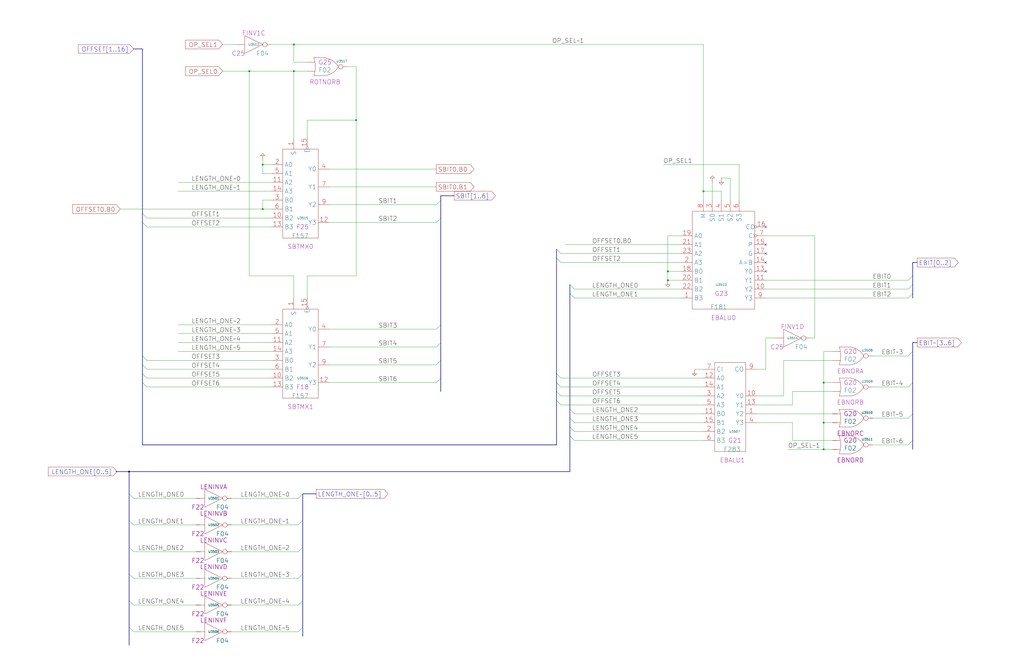
<source format=kicad_sch>
(kicad_sch (version 20230121) (generator eeschema)
  (paper "User" 584.2 378.46)
  (title_block (title "FIU STARTBIT AND CMDBIT") (date "20-MAR-90") (rev "1.0") (comment 1 "FIU") (comment 2 "232-003065") (comment 3 "S400") (comment 4 "RELEASED"))
  (lib_symbols
    (symbol "r1000:F02" (pin_numbers hide) (pin_names hide)
      (property "Reference" "U" (at 12.16 0.635 0))
      (property "Value" "F02" (at -1.27 -4.445 0))
      (property "Location" "___" (at 2.54 0 0))
      (property "Name" "______" (at 2.54 -12.7 0))
      (symbol "F02_0_1"
        (arc (start -3.81 -7.62) (mid -2.9847 -2.54) (end -3.81 2.54) (stroke (width 0.1524)))
        (polyline (pts (xy -5.08 -5.08) (xy -3.175 -5.08)) (stroke (width 0.1524)))
        (polyline (pts (xy -5.08 0) (xy -3.175 0)) (stroke (width 0.1524)))
        (polyline (pts (xy -3.81 -7.62) (xy 2.54 -7.62)) (stroke (width 0.1524)))
        (polyline (pts (xy -3.81 2.54) (xy 2.54 2.54)) (stroke (width 0.1524)))
        (polyline (pts (xy 13.97 -2.54) (xy 12.7 -2.54)) (stroke (width 0.1524)))
        (arc (start 2.54 -7.62) (mid 6.9515 -5.9823) (end 10.16 -2.54) (stroke (width 0.1524)))
        (arc (start 10.16 -2.54) (mid 6.9478 0.8966) (end 2.54 2.54) (stroke (width 0.1524)))
        (circle (center 11.43 -2.54) (radius 1.27) (stroke (width 0.1524)))
      )
      (symbol "F02_0_2"
        (circle (center -3.81 -5.08) (radius 1.27) (stroke (width 0.1524)))
        (circle (center -3.81 0) (radius 1.27) (stroke (width 0.1524)))
        (polyline (pts (xy -2.54 -7.62) (xy 5.08 -7.62)) (stroke (width 0.1524)))
        (polyline (pts (xy -2.54 2.54) (xy -2.54 -7.62)) (stroke (width 0.1524)))
        (polyline (pts (xy -2.54 2.54) (xy 5.08 2.54)) (stroke (width 0.1524)))
        (polyline (pts (xy 11.43 -2.54) (xy 10.16 -2.54)) (stroke (width 0.1524)))
        (polyline (pts (xy 11.43 -2.54) (xy 12.7 -2.54)) (stroke (width 0.1524)))
        (arc (start 5.08 -7.62) (mid 10.1282 -2.54) (end 5.08 2.54) (stroke (width 0.1524)))
      )
      (symbol "F02_1_1"
        (pin input line (at -7.62 0 0) (length 2.54) (name "D0") (number "1"))
        (pin input line (at -7.62 -5.08 0) (length 2.54) (name "D1") (number "2"))
        (pin output line (at 15.24 -2.54 180) (length 1.27) (name "Q") (number "3"))
      )
      (symbol "F02_1_2"
        (pin input line (at -7.62 0 0) (length 2.54) (name "D0") (number "1"))
        (pin input line (at -7.62 -5.08 0) (length 2.54) (name "D1") (number "2"))
        (pin output line (at 15.24 -2.54 180) (length 2.54) (name "Q") (number "3"))
      )
    )
    (symbol "r1000:F04" (pin_numbers hide) (pin_names hide)
      (property "Reference" "U" (at 0 0 0))
      (property "Value" "F04" (at 1.27 -5.08 0))
      (property "Location" "___" (at -12.7 -5.08 0))
      (property "Name" "______" (at 0 5.08 0))
      (symbol "F04_0_1"
        (polyline (pts (xy -7.62 0) (xy -5.08 0)) (stroke (width 0.1524)))
        (polyline (pts (xy -5.08 5.08) (xy -5.08 -5.08)) (stroke (width 0.1524)))
        (polyline (pts (xy 5.08 0) (xy -5.08 -5.08)) (stroke (width 0.1524)))
        (polyline (pts (xy 5.08 0) (xy -5.08 5.08)) (stroke (width 0.1524)))
        (circle (center 6.35 0) (radius 1.27) (stroke (width 0.1524)))
      )
      (symbol "F04_1_1"
        (pin input line (at -10.16 0 0) (length 2.54) (name "D0") (number "1"))
        (pin output line (at 10.16 0 180) (length 2.54) (name "Q") (number "2"))
      )
    )
    (symbol "r1000:F157" (pin_names (offset 1.016))
      (property "Reference" "U" (at 2.54 5.08 0))
      (property "Value" "F157" (at -3.81 -5.08 0))
      (property "Location" "___" (at -1.27 0 0))
      (property "Name" "______" (at 1.27 -12.7 0))
      (symbol "F157_1_1"
        (rectangle (start -8.89 44.45) (end 11.43 -6.35))
        (circle (center 5.08 45.085) (radius 0.635))
        (pin input line (at -2.54 50.8 270) (length 6.35) (name "S") (number "1"))
        (pin input line (at -15.24 5.08 0) (length 6.35) (name "B2") (number "10"))
        (pin input line (at -15.24 25.4 0) (length 6.35) (name "A2") (number "11"))
        (pin output line (at 17.78 2.54 180) (length 6.35) (name "Y3") (number "12"))
        (pin input line (at -15.24 0 0) (length 6.35) (name "B3") (number "13"))
        (pin input line (at -15.24 20.32 0) (length 6.35) (name "A3") (number "14"))
        (pin input line (at 5.08 50.8 270) (length 5.08) (name "E") (number "15"))
        (pin input line (at -15.24 35.56 0) (length 6.35) (name "A0") (number "2"))
        (pin input line (at -15.24 15.24 0) (length 6.35) (name "B0") (number "3"))
        (pin output line (at 17.78 33.02 180) (length 6.35) (name "Y0") (number "4"))
        (pin input line (at -15.24 30.48 0) (length 6.35) (name "A1") (number "5"))
        (pin input line (at -15.24 10.16 0) (length 6.35) (name "B1") (number "6"))
        (pin output line (at 17.78 22.86 180) (length 6.35) (name "Y1") (number "7"))
        (pin output line (at 17.78 12.7 180) (length 6.35) (name "Y2") (number "9"))
      )
    )
    (symbol "r1000:F181" (pin_names (offset 1.016))
      (property "Reference" "U" (at 2.54 5.08 0))
      (property "Value" "F181" (at -3.81 -7.62 0))
      (property "Location" "___" (at -1.27 0 0))
      (property "Name" "______" (at 3.81 -15.24 0))
      (symbol "F181_1_1"
        (rectangle (start -13.97 46.99) (end 21.59 -8.89))
        (circle (center 22.225 33.02) (radius 0.635))
        (circle (center 22.225 38.1) (radius 0.635))
        (pin input line (at -20.32 -2.54 0) (length 6.35) (name "B3") (number "1"))
        (pin output line (at 27.94 2.54 180) (length 6.35) (name "Y2") (number "10"))
        (pin output line (at 27.94 7.62 180) (length 6.35) (name "Y1") (number "11"))
        (pin output line (at 27.94 12.7 180) (length 6.35) (name "Y0") (number "13"))
        (pin open_collector line (at 27.94 17.78 180) (length 6.35) (name "A=B") (number "14"))
        (pin output line (at 27.94 27.94 180) (length 6.35) (name "P") (number "15"))
        (pin output line (at 27.94 38.1 180) (length 5.08) (name "CO") (number "16"))
        (pin output line (at 27.94 22.86 180) (length 6.35) (name "G") (number "17"))
        (pin input line (at -20.32 12.7 0) (length 6.35) (name "B0") (number "18"))
        (pin input line (at -20.32 33.02 0) (length 6.35) (name "A0") (number "19"))
        (pin input line (at -20.32 17.78 0) (length 6.35) (name "A3") (number "2"))
        (pin input line (at -20.32 7.62 0) (length 6.35) (name "B1") (number "20"))
        (pin input line (at -20.32 27.94 0) (length 6.35) (name "A1") (number "21"))
        (pin input line (at -20.32 2.54 0) (length 6.35) (name "B2") (number "22"))
        (pin input line (at -20.32 22.86 0) (length 6.35) (name "A2") (number "23"))
        (pin input line (at -2.54 53.34 270) (length 6.35) (name "S0") (number "3"))
        (pin input line (at 2.54 53.34 270) (length 6.35) (name "S1") (number "4"))
        (pin input line (at 7.62 53.34 270) (length 6.35) (name "S2") (number "5"))
        (pin input line (at 12.7 53.34 270) (length 6.35) (name "S3") (number "6"))
        (pin input line (at 27.94 33.02 180) (length 5.08) (name "CI") (number "7"))
        (pin input line (at -7.62 53.34 270) (length 6.35) (name "M") (number "8"))
        (pin output line (at 27.94 -2.54 180) (length 6.35) (name "Y3") (number "9"))
      )
    )
    (symbol "r1000:F283" (pin_names (offset 1.016))
      (property "Reference" "U" (at 2.54 5.08 0))
      (property "Value" "F283" (at -3.81 -5.08 0))
      (property "Location" "___" (at -1.27 0 0))
      (property "Name" "______" (at 1.27 -12.7 0))
      (symbol "F283_1_1"
        (rectangle (start -8.89 44.45) (end 8.89 -6.35))
        (pin output line (at 15.24 15.24 180) (length 6.35) (name "Y2") (number "1"))
        (pin output line (at 15.24 25.4 180) (length 6.35) (name "Y0") (number "10"))
        (pin input line (at -15.24 15.24 0) (length 6.35) (name "B0") (number "11"))
        (pin input line (at -15.24 35.56 0) (length 6.35) (name "A0") (number "12"))
        (pin output line (at 15.24 20.32 180) (length 6.35) (name "Y1") (number "13"))
        (pin input line (at -15.24 30.48 0) (length 6.35) (name "A1") (number "14"))
        (pin input line (at -15.24 10.16 0) (length 6.35) (name "B1") (number "15"))
        (pin input line (at -15.24 5.08 0) (length 6.35) (name "B2") (number "2"))
        (pin input line (at -15.24 25.4 0) (length 6.35) (name "A2") (number "3"))
        (pin output line (at 15.24 10.16 180) (length 6.35) (name "Y3") (number "4"))
        (pin input line (at -15.24 20.32 0) (length 6.35) (name "A3") (number "5"))
        (pin input line (at -15.24 0 0) (length 6.35) (name "B3") (number "6"))
        (pin input line (at -15.24 40.64 0) (length 6.35) (name "CI") (number "7"))
        (pin output line (at 15.24 40.64 180) (length 6.35) (name "CO") (number "9"))
      )
    )
    (symbol "r1000:PD" (power) (pin_numbers hide) (pin_names hide) (in_bom no)
      (symbol "PD_0_1"
        (polyline (pts (xy 0 -2.54) (xy 1.27 -2.54) (xy 0 -3.81) (xy -1.27 -2.54) (xy 0 -2.54)) (stroke (width 0.1524)))
      )
      (symbol "PD_1_1"
        (pin power_in line (at 0 0 270) (length 2.54) (name "PD") (number "1"))
      )
    )
    (symbol "r1000:PU" (power) (pin_numbers hide) (pin_names hide)
      (symbol "PU_0_1"
        (polyline (pts (xy 0 2.54) (xy -1.27 2.54) (xy 0 3.81) (xy 1.27 2.54) (xy 0 2.54)) (stroke (width 0.1524)))
      )
      (symbol "PU_1_1"
        (pin power_in line (at 0 0 90) (length 2.54) (name "PU") (number "1"))
      )
    )
  )
  (junction (at 167.64 25.4))
  (junction (at 149.86 93.98))
  (junction (at 149.86 119.38))
  (junction (at 142.24 40.64))
  (junction (at 73.66 269.24))
  (junction (at 203.2 68.58))
  (junction (at 469.9 241.3))
  (junction (at 469.9 218.44))
  (junction (at 381 160.02))
  (junction (at 167.64 40.64))
  (junction (at 381 154.94))
  (junction (at 401.32 109.22))
  (junction (at 469.9 256.54))
  (no_connect (at 436.88 154.94))
  (no_connect (at 436.88 139.7))
  (no_connect (at 436.88 129.54))
  (no_connect (at 436.88 149.86))
  (no_connect (at 436.88 144.78))
  (bus_entry (at 520.7 251.46) (size -2.54 2.54))
  (bus_entry (at 73.66 342.9) (size 2.54 2.54))
  (bus_entry (at 251.46 215.9) (size -2.54 2.54))
  (bus_entry (at 317.5 228.6) (size 2.54 2.54))
  (bus_entry (at 317.5 142.24) (size 2.54 2.54))
  (bus_entry (at 325.12 233.68) (size 2.54 2.54))
  (bus_entry (at 73.66 358.14) (size 2.54 2.54))
  (bus_entry (at 251.46 124.46) (size -2.54 2.54))
  (bus_entry (at 325.12 238.76) (size 2.54 2.54))
  (bus_entry (at 81.28 218.44) (size 2.54 2.54))
  (bus_entry (at 251.46 185.42) (size -2.54 2.54))
  (bus_entry (at 317.5 223.52) (size 2.54 2.54))
  (bus_entry (at 81.28 213.36) (size 2.54 2.54))
  (bus_entry (at 172.72 358.14) (size -2.54 2.54))
  (bus_entry (at 325.12 248.92) (size 2.54 2.54))
  (bus_entry (at 172.72 281.94) (size -2.54 2.54))
  (bus_entry (at 251.46 114.3) (size -2.54 2.54))
  (bus_entry (at 172.72 312.42) (size -2.54 2.54))
  (bus_entry (at 520.7 167.64) (size -2.54 2.54))
  (bus_entry (at 81.28 121.92) (size 2.54 2.54))
  (bus_entry (at 73.66 297.18) (size 2.54 2.54))
  (bus_entry (at 520.7 157.48) (size -2.54 2.54))
  (bus_entry (at 317.5 147.32) (size 2.54 2.54))
  (bus_entry (at 325.12 162.56) (size 2.54 2.54))
  (bus_entry (at 172.72 342.9) (size -2.54 2.54))
  (bus_entry (at 325.12 243.84) (size 2.54 2.54))
  (bus_entry (at 325.12 167.64) (size 2.54 2.54))
  (bus_entry (at 172.72 327.66) (size -2.54 2.54))
  (bus_entry (at 317.5 213.36) (size 2.54 2.54))
  (bus_entry (at 73.66 312.42) (size 2.54 2.54))
  (bus_entry (at 520.7 236.22) (size -2.54 2.54))
  (bus_entry (at 73.66 281.94) (size 2.54 2.54))
  (bus_entry (at 81.28 208.28) (size 2.54 2.54))
  (bus_entry (at 81.28 203.2) (size 2.54 2.54))
  (bus_entry (at 81.28 127) (size 2.54 2.54))
  (bus_entry (at 251.46 195.58) (size -2.54 2.54))
  (bus_entry (at 520.7 162.56) (size -2.54 2.54))
  (bus_entry (at 520.7 218.44) (size -2.54 2.54))
  (bus_entry (at 73.66 327.66) (size 2.54 2.54))
  (bus_entry (at 172.72 297.18) (size -2.54 2.54))
  (bus_entry (at 520.7 200.66) (size -2.54 2.54))
  (bus_entry (at 317.5 218.44) (size 2.54 2.54))
  (bus_entry (at 251.46 205.74) (size -2.54 2.54))
  (wire (pts (xy 175.26 157.48) (xy 203.2 157.48)))
  (wire (pts (xy 175.26 35.56) (xy 167.64 35.56)))
  (bus (pts (xy 73.66 269.24) (xy 325.12 269.24)))
  (wire (pts (xy 187.96 116.84) (xy 248.92 116.84)))
  (bus (pts (xy 73.66 281.94) (xy 73.66 297.18)))
  (wire (pts (xy 464.82 193.04) (xy 462.28 193.04)))
  (bus (pts (xy 76.2 27.94) (xy 81.28 27.94)))
  (bus (pts (xy 317.5 142.24) (xy 317.5 147.32)))
  (wire (pts (xy 101.6 185.42) (xy 154.94 185.42)))
  (bus (pts (xy 251.46 111.76) (xy 259.08 111.76)))
  (bus (pts (xy 317.5 147.32) (xy 317.5 213.36)))
  (wire (pts (xy 132.08 345.44) (xy 170.18 345.44)))
  (bus (pts (xy 251.46 205.74) (xy 251.46 215.9)))
  (bus (pts (xy 317.5 213.36) (xy 317.5 218.44)))
  (wire (pts (xy 187.96 198.12) (xy 248.92 198.12)))
  (wire (pts (xy 327.66 170.18) (xy 388.62 170.18)))
  (wire (pts (xy 76.2 284.48) (xy 111.76 284.48)))
  (wire (pts (xy 436.88 193.04) (xy 441.96 193.04)))
  (wire (pts (xy 411.48 101.6) (xy 416.56 101.6)))
  (bus (pts (xy 73.66 342.9) (xy 73.66 358.14)))
  (wire (pts (xy 167.64 40.64) (xy 142.24 40.64)))
  (bus (pts (xy 317.5 223.52) (xy 317.5 228.6)))
  (bus (pts (xy 520.7 157.48) (xy 520.7 162.56)))
  (wire (pts (xy 101.6 200.66) (xy 154.94 200.66)))
  (wire (pts (xy 447.04 226.06) (xy 447.04 205.74)))
  (wire (pts (xy 381 160.02) (xy 388.62 160.02)))
  (wire (pts (xy 167.64 40.64) (xy 175.26 40.64)))
  (wire (pts (xy 320.04 215.9) (xy 401.32 215.9)))
  (wire (pts (xy 83.82 220.98) (xy 154.94 220.98)))
  (wire (pts (xy 187.96 106.68) (xy 248.92 106.68)))
  (bus (pts (xy 172.72 342.9) (xy 172.72 358.14)))
  (wire (pts (xy 127 40.64) (xy 142.24 40.64)))
  (wire (pts (xy 132.08 330.2) (xy 170.18 330.2)))
  (wire (pts (xy 132.08 299.72) (xy 170.18 299.72)))
  (wire (pts (xy 187.96 218.44) (xy 248.92 218.44)))
  (wire (pts (xy 101.6 195.58) (xy 154.94 195.58)))
  (wire (pts (xy 167.64 78.74) (xy 167.64 40.64)))
  (bus (pts (xy 81.28 121.92) (xy 81.28 127)))
  (bus (pts (xy 251.46 124.46) (xy 251.46 185.42)))
  (wire (pts (xy 469.9 241.3) (xy 474.98 241.3)))
  (bus (pts (xy 81.28 127) (xy 81.28 203.2)))
  (wire (pts (xy 187.96 96.52) (xy 248.92 96.52)))
  (bus (pts (xy 73.66 327.66) (xy 73.66 342.9)))
  (wire (pts (xy 469.9 200.66) (xy 469.9 218.44)))
  (wire (pts (xy 436.88 165.1) (xy 518.16 165.1)))
  (bus (pts (xy 251.46 111.76) (xy 251.46 114.3)))
  (wire (pts (xy 469.9 241.3) (xy 469.9 256.54)))
  (bus (pts (xy 520.7 149.86) (xy 520.7 157.48)))
  (wire (pts (xy 381 154.94) (xy 381 160.02)))
  (wire (pts (xy 320.04 231.14) (xy 401.32 231.14)))
  (wire (pts (xy 431.8 231.14) (xy 452.12 231.14)))
  (bus (pts (xy 317.5 254) (xy 81.28 254)))
  (bus (pts (xy 251.46 185.42) (xy 251.46 195.58)))
  (wire (pts (xy 436.88 210.82) (xy 436.88 193.04)))
  (bus (pts (xy 172.72 297.18) (xy 172.72 312.42)))
  (wire (pts (xy 149.86 119.38) (xy 154.94 119.38)))
  (wire (pts (xy 83.82 210.82) (xy 154.94 210.82)))
  (bus (pts (xy 325.12 243.84) (xy 325.12 248.92)))
  (wire (pts (xy 388.62 134.62) (xy 381 134.62)))
  (bus (pts (xy 317.5 228.6) (xy 317.5 254)))
  (wire (pts (xy 167.64 25.4) (xy 401.32 25.4)))
  (wire (pts (xy 101.6 109.22) (xy 154.94 109.22)))
  (bus (pts (xy 251.46 215.9) (xy 251.46 223.52)))
  (wire (pts (xy 327.66 236.22) (xy 401.32 236.22)))
  (wire (pts (xy 411.48 109.22) (xy 401.32 109.22)))
  (wire (pts (xy 322.58 139.7) (xy 388.62 139.7)))
  (wire (pts (xy 396.24 210.82) (xy 401.32 210.82)))
  (wire (pts (xy 167.64 157.48) (xy 142.24 157.48)))
  (wire (pts (xy 452.12 231.14) (xy 452.12 223.52)))
  (bus (pts (xy 81.28 203.2) (xy 81.28 208.28)))
  (bus (pts (xy 325.12 162.56) (xy 325.12 167.64)))
  (wire (pts (xy 149.86 93.98) (xy 149.86 91.44)))
  (wire (pts (xy 431.8 226.06) (xy 447.04 226.06)))
  (wire (pts (xy 327.66 241.3) (xy 401.32 241.3)))
  (bus (pts (xy 317.5 218.44) (xy 317.5 223.52)))
  (wire (pts (xy 452.12 241.3) (xy 452.12 251.46)))
  (wire (pts (xy 132.08 360.68) (xy 170.18 360.68)))
  (bus (pts (xy 520.7 200.66) (xy 520.7 218.44)))
  (bus (pts (xy 520.7 167.64) (xy 520.7 170.18)))
  (wire (pts (xy 436.88 170.18) (xy 518.16 170.18)))
  (wire (pts (xy 68.58 119.38) (xy 149.86 119.38)))
  (wire (pts (xy 381 134.62) (xy 381 154.94)))
  (wire (pts (xy 449.58 256.54) (xy 469.9 256.54)))
  (wire (pts (xy 154.94 114.3) (xy 149.86 114.3)))
  (wire (pts (xy 320.04 149.86) (xy 388.62 149.86)))
  (bus (pts (xy 73.66 312.42) (xy 73.66 327.66)))
  (wire (pts (xy 447.04 205.74) (xy 474.98 205.74)))
  (wire (pts (xy 149.86 99.06) (xy 149.86 93.98)))
  (bus (pts (xy 81.28 213.36) (xy 81.28 218.44)))
  (wire (pts (xy 401.32 114.3) (xy 401.32 109.22)))
  (wire (pts (xy 132.08 314.96) (xy 170.18 314.96)))
  (wire (pts (xy 76.2 299.72) (xy 111.76 299.72)))
  (bus (pts (xy 73.66 269.24) (xy 73.66 281.94)))
  (wire (pts (xy 149.86 114.3) (xy 149.86 119.38)))
  (bus (pts (xy 520.7 195.58) (xy 520.7 200.66)))
  (bus (pts (xy 172.72 358.14) (xy 172.72 363.22)))
  (bus (pts (xy 81.28 27.94) (xy 81.28 121.92)))
  (wire (pts (xy 431.8 210.82) (xy 436.88 210.82)))
  (wire (pts (xy 149.86 93.98) (xy 154.94 93.98)))
  (wire (pts (xy 76.2 330.2) (xy 111.76 330.2)))
  (wire (pts (xy 203.2 68.58) (xy 203.2 157.48)))
  (wire (pts (xy 320.04 226.06) (xy 401.32 226.06)))
  (wire (pts (xy 76.2 360.68) (xy 111.76 360.68)))
  (bus (pts (xy 520.7 251.46) (xy 520.7 256.54)))
  (wire (pts (xy 167.64 35.56) (xy 167.64 25.4)))
  (bus (pts (xy 81.28 208.28) (xy 81.28 213.36)))
  (bus (pts (xy 172.72 327.66) (xy 172.72 342.9)))
  (bus (pts (xy 520.7 149.86) (xy 523.24 149.86)))
  (wire (pts (xy 381 154.94) (xy 388.62 154.94)))
  (wire (pts (xy 469.9 218.44) (xy 469.9 241.3)))
  (wire (pts (xy 83.82 124.46) (xy 154.94 124.46)))
  (wire (pts (xy 416.56 114.3) (xy 416.56 101.6)))
  (bus (pts (xy 73.66 358.14) (xy 73.66 368.3)))
  (wire (pts (xy 132.08 284.48) (xy 170.18 284.48)))
  (wire (pts (xy 76.2 345.44) (xy 111.76 345.44)))
  (wire (pts (xy 421.64 114.3) (xy 421.64 93.98)))
  (wire (pts (xy 378.46 93.98) (xy 421.64 93.98)))
  (wire (pts (xy 497.84 203.2) (xy 518.16 203.2)))
  (wire (pts (xy 327.66 251.46) (xy 401.32 251.46)))
  (bus (pts (xy 325.12 167.64) (xy 325.12 233.68)))
  (wire (pts (xy 187.96 187.96) (xy 248.92 187.96)))
  (wire (pts (xy 327.66 246.38) (xy 401.32 246.38)))
  (wire (pts (xy 83.82 215.9) (xy 154.94 215.9)))
  (wire (pts (xy 327.66 165.1) (xy 388.62 165.1)))
  (bus (pts (xy 172.72 281.94) (xy 180.34 281.94)))
  (wire (pts (xy 320.04 144.78) (xy 388.62 144.78)))
  (bus (pts (xy 73.66 297.18) (xy 73.66 312.42)))
  (wire (pts (xy 497.84 238.76) (xy 518.16 238.76)))
  (wire (pts (xy 431.8 236.22) (xy 474.98 236.22)))
  (wire (pts (xy 76.2 314.96) (xy 111.76 314.96)))
  (wire (pts (xy 464.82 134.62) (xy 464.82 193.04)))
  (bus (pts (xy 81.28 218.44) (xy 81.28 254)))
  (wire (pts (xy 320.04 220.98) (xy 401.32 220.98)))
  (wire (pts (xy 406.4 104.14) (xy 406.4 114.3)))
  (bus (pts (xy 325.12 248.92) (xy 325.12 269.24)))
  (bus (pts (xy 520.7 162.56) (xy 520.7 167.64)))
  (bus (pts (xy 520.7 236.22) (xy 520.7 251.46)))
  (wire (pts (xy 127 25.4) (xy 134.62 25.4)))
  (bus (pts (xy 251.46 114.3) (xy 251.46 124.46)))
  (bus (pts (xy 251.46 195.58) (xy 251.46 205.74)))
  (wire (pts (xy 175.26 170.18) (xy 175.26 157.48)))
  (wire (pts (xy 401.32 109.22) (xy 401.32 25.4)))
  (wire (pts (xy 154.94 25.4) (xy 167.64 25.4)))
  (bus (pts (xy 325.12 233.68) (xy 325.12 238.76)))
  (wire (pts (xy 101.6 104.14) (xy 154.94 104.14)))
  (wire (pts (xy 469.9 218.44) (xy 474.98 218.44)))
  (wire (pts (xy 411.48 114.3) (xy 411.48 109.22)))
  (wire (pts (xy 431.8 241.3) (xy 452.12 241.3)))
  (bus (pts (xy 172.72 312.42) (xy 172.72 327.66)))
  (wire (pts (xy 198.12 38.1) (xy 203.2 38.1)))
  (wire (pts (xy 203.2 68.58) (xy 175.26 68.58)))
  (wire (pts (xy 474.98 200.66) (xy 469.9 200.66)))
  (wire (pts (xy 154.94 99.06) (xy 149.86 99.06)))
  (wire (pts (xy 469.9 256.54) (xy 474.98 256.54)))
  (wire (pts (xy 83.82 205.74) (xy 154.94 205.74)))
  (wire (pts (xy 101.6 190.5) (xy 154.94 190.5)))
  (wire (pts (xy 142.24 157.48) (xy 142.24 40.64)))
  (bus (pts (xy 520.7 218.44) (xy 520.7 236.22)))
  (wire (pts (xy 187.96 127) (xy 248.92 127)))
  (wire (pts (xy 452.12 223.52) (xy 474.98 223.52)))
  (wire (pts (xy 203.2 38.1) (xy 203.2 68.58)))
  (wire (pts (xy 436.88 134.62) (xy 464.82 134.62)))
  (wire (pts (xy 497.84 220.98) (xy 518.16 220.98)))
  (bus (pts (xy 520.7 195.58) (xy 523.24 195.58)))
  (wire (pts (xy 167.64 170.18) (xy 167.64 157.48)))
  (wire (pts (xy 187.96 208.28) (xy 248.92 208.28)))
  (bus (pts (xy 66.04 269.24) (xy 73.66 269.24)))
  (wire (pts (xy 436.88 160.02) (xy 518.16 160.02)))
  (bus (pts (xy 172.72 281.94) (xy 172.72 297.18)))
  (wire (pts (xy 452.12 251.46) (xy 474.98 251.46)))
  (bus (pts (xy 325.12 238.76) (xy 325.12 243.84)))
  (wire (pts (xy 175.26 68.58) (xy 175.26 78.74)))
  (wire (pts (xy 83.82 129.54) (xy 154.94 129.54)))
  (wire (pts (xy 497.84 254) (xy 518.16 254)))
  (label "OFFSET1" (at 337.82 144.78 0) (effects (font (size 2.54 2.54))))
  (label "SBIT4" (at 215.9 198.12 0) (effects (font (size 2.54 2.54))))
  (label "SBIT3" (at 215.9 187.96 0) (effects (font (size 2.54 2.54))))
  (label "LENGTH_ONE~0" (at 109.22 104.14 0) (effects (font (size 2.54 2.54))))
  (label "LENGTH_ONE1" (at 337.82 170.18 0) (effects (font (size 2.54 2.54))))
  (label "LENGTH_ONE3" (at 78.74 330.2 0) (effects (font (size 2.54 2.54))))
  (label "OFFSET5" (at 109.22 215.9 0) (effects (font (size 2.54 2.54))))
  (label "LENGTH_ONE0" (at 337.82 165.1 0) (effects (font (size 2.54 2.54))))
  (label "OFFSET6" (at 337.82 231.14 0) (effects (font (size 2.54 2.54))))
  (label "LENGTH_ONE3" (at 337.82 241.3 0) (effects (font (size 2.54 2.54))))
  (label "EBIT0" (at 497.84 160.02 0) (effects (font (size 2.54 2.54))))
  (label "OFFSET2" (at 337.82 149.86 0) (effects (font (size 2.54 2.54))))
  (label "OFFSET1" (at 109.22 124.46 0) (effects (font (size 2.54 2.54))))
  (label "OFFSET3" (at 109.22 205.74 0) (effects (font (size 2.54 2.54))))
  (label "SBIT6" (at 215.9 218.44 0) (effects (font (size 2.54 2.54))))
  (label "EBIT~4" (at 502.92 220.98 0) (effects (font (size 2.54 2.54))))
  (label "EBIT2" (at 497.84 170.18 0) (effects (font (size 2.54 2.54))))
  (label "LENGTH_ONE~5" (at 109.22 200.66 0) (effects (font (size 2.54 2.54))))
  (label "LENGTH_ONE4" (at 337.82 246.38 0) (effects (font (size 2.54 2.54))))
  (label "OFFSET3" (at 337.82 215.9 0) (effects (font (size 2.54 2.54))))
  (label "EBIT~5" (at 502.92 238.76 0) (effects (font (size 2.54 2.54))))
  (label "LENGTH_ONE~3" (at 137.16 330.2 0) (effects (font (size 2.54 2.54))))
  (label "SBIT5" (at 215.9 208.28 0) (effects (font (size 2.54 2.54))))
  (label "OP_SEL1" (at 378.46 93.98 0) (effects (font (size 2.54 2.54))))
  (label "LENGTH_ONE~2" (at 109.22 185.42 0) (effects (font (size 2.54 2.54))))
  (label "LENGTH_ONE~5" (at 137.16 360.68 0) (effects (font (size 2.54 2.54))))
  (label "LENGTH_ONE~2" (at 137.16 314.96 0) (effects (font (size 2.54 2.54))))
  (label "OFFSET0.B0" (at 337.82 139.7 0) (effects (font (size 2.54 2.54))))
  (label "OFFSET4" (at 109.22 210.82 0) (effects (font (size 2.54 2.54))))
  (label "EBIT~6" (at 502.92 254 0) (effects (font (size 2.54 2.54))))
  (label "LENGTH_ONE4" (at 78.74 345.44 0) (effects (font (size 2.54 2.54))))
  (label "OFFSET5" (at 337.82 226.06 0) (effects (font (size 2.54 2.54))))
  (label "LENGTH_ONE~4" (at 109.22 195.58 0) (effects (font (size 2.54 2.54))))
  (label "LENGTH_ONE2" (at 78.74 314.96 0) (effects (font (size 2.54 2.54))))
  (label "LENGTH_ONE0" (at 78.74 284.48 0) (effects (font (size 2.54 2.54))))
  (label "OP_SEL~1" (at 314.96 25.4 0) (effects (font (size 2.54 2.54))))
  (label "LENGTH_ONE2" (at 337.82 236.22 0) (effects (font (size 2.54 2.54))))
  (label "LENGTH_ONE~1" (at 137.16 299.72 0) (effects (font (size 2.54 2.54))))
  (label "SBIT1" (at 215.9 116.84 0) (effects (font (size 2.54 2.54))))
  (label "LENGTH_ONE~4" (at 137.16 345.44 0) (effects (font (size 2.54 2.54))))
  (label "EBIT~3" (at 502.92 203.2 0) (effects (font (size 2.54 2.54))))
  (label "LENGTH_ONE1" (at 78.74 299.72 0) (effects (font (size 2.54 2.54))))
  (label "LENGTH_ONE~0" (at 137.16 284.48 0) (effects (font (size 2.54 2.54))))
  (label "OFFSET4" (at 337.82 220.98 0) (effects (font (size 2.54 2.54))))
  (label "EBIT1" (at 497.84 165.1 0) (effects (font (size 2.54 2.54))))
  (label "LENGTH_ONE~1" (at 109.22 109.22 0) (effects (font (size 2.54 2.54))))
  (label "LENGTH_ONE5" (at 337.82 251.46 0) (effects (font (size 2.54 2.54))))
  (label "LENGTH_ONE~3" (at 109.22 190.5 0) (effects (font (size 2.54 2.54))))
  (label "LENGTH_ONE5" (at 78.74 360.68 0) (effects (font (size 2.54 2.54))))
  (label "OP_SEL~1" (at 449.58 256.54 0) (effects (font (size 2.54 2.54))))
  (label "OFFSET2" (at 109.22 129.54 0) (effects (font (size 2.54 2.54))))
  (label "SBIT2" (at 215.9 127 0) (effects (font (size 2.54 2.54))))
  (label "OFFSET6" (at 109.22 220.98 0) (effects (font (size 2.54 2.54))))
  (global_label "OP_SEL0" (shape input) (at 127 40.64 180) (effects (font (size 2.54 2.54))) (property "Intersheetrefs" "${INTERSHEET_REFS}" (at 105.8454 40.4813 0) (effects (font (size 1.905 1.905)) (justify right))))
  (global_label "LENGTH_ONE~[0..5]" (shape output) (at 180.34 281.94 0) (effects (font (size 2.54 2.54))) (property "Intersheetrefs" "${INTERSHEET_REFS}" (at 221.3308 281.7813 0) (effects (font (size 1.905 1.905)) (justify left))))
  (global_label "LENGTH_ONE[0..5]" (shape input) (at 66.7144 269.24 180) (effects (font (size 2.54 2.54))) (property "Intersheetrefs" "${INTERSHEET_REFS}" (at 27.5379 269.0813 0) (effects (font (size 1.905 1.905)) (justify right))))
  (global_label "SBIT0.B0" (shape output) (at 248.92 96.52 0) (effects (font (size 2.54 2.54))) (property "Intersheetrefs" "${INTERSHEET_REFS}" (at 270.4374 96.3613 0) (effects (font (size 1.905 1.905)) (justify left))))
  (global_label "OFFSET0.B0" (shape input) (at 68.58 119.38 180) (effects (font (size 2.54 2.54))) (property "Intersheetrefs" "${INTERSHEET_REFS}" (at 41.4988 119.2213 0) (effects (font (size 1.905 1.905)) (justify right))))
  (global_label "SBIT0.B1" (shape output) (at 248.92 106.68 0) (effects (font (size 2.54 2.54))) (property "Intersheetrefs" "${INTERSHEET_REFS}" (at 270.4374 106.5213 0) (effects (font (size 1.905 1.905)) (justify left))))
  (global_label "EBIT[0..2]" (shape output) (at 523.24 149.86 0) (effects (font (size 2.54 2.54))) (property "Intersheetrefs" "${INTERSHEET_REFS}" (at 546.6927 149.7013 0) (effects (font (size 1.905 1.905)) (justify left))))
  (global_label "EBIT~[3..6]" (shape output) (at 523.24 195.58 0) (effects (font (size 2.54 2.54))) (property "Intersheetrefs" "${INTERSHEET_REFS}" (at 548.507 195.4213 0) (effects (font (size 1.905 1.905)) (justify left))))
  (global_label "SBIT[1..6]" (shape output) (at 259.08 111.76 0) (effects (font (size 2.54 2.54))) (property "Intersheetrefs" "${INTERSHEET_REFS}" (at 282.6536 111.6013 0) (effects (font (size 1.905 1.905)) (justify left))))
  (global_label "OP_SEL1" (shape input) (at 127 25.4 180) (effects (font (size 2.54 2.54))) (property "Intersheetrefs" "${INTERSHEET_REFS}" (at 105.8454 25.2413 0) (effects (font (size 1.905 1.905)) (justify right))))
  (global_label "OFFSET[1..16]" (shape input) (at 76.2 27.94 180) (effects (font (size 2.54 2.54))) (property "Intersheetrefs" "${INTERSHEET_REFS}" (at 44.6435 27.7813 0) (effects (font (size 1.905 1.905)) (justify right))))
  (symbol (lib_id "r1000:F157") (at 170.18 220.98 0) (unit 1)
    (property "Reference" "U3516" (at 172.72 215.9 0))
    (property "Value" "F157" (at 166.37 226.06 0) (effects (font (size 2.54 2.54)) (justify left)))
    (property "Location" "F18" (at 168.91 220.98 0) (effects (font (size 2.54 2.54)) (justify left)))
    (property "Name" "SBTMX1" (at 171.45 233.68 0) (effects (font (size 2.54 2.54)) (justify bottom)))
  )
  (symbol (lib_id "r1000:F04") (at 121.92 330.2 0) (unit 1)
    (property "Reference" "U3504" (at 121.92 330.2 0))
    (property "Value" "F04" (at 123.19 335.28 0) (effects (font (size 2.54 2.54)) (justify left)))
    (property "Location" "F22" (at 109.22 335.28 0) (effects (font (size 2.54 2.54)) (justify left)))
    (property "Name" "LENINVD" (at 121.92 325.12 0) (effects (font (size 2.54 2.54)) (justify bottom)))
  )
  (symbol (lib_id "r1000:F04") (at 121.92 299.72 0) (unit 1)
    (property "Reference" "U3502" (at 121.92 299.72 0))
    (property "Value" "F04" (at 123.19 304.8 0) (effects (font (size 2.54 2.54)) (justify left)))
    (property "Location" "F22" (at 109.22 304.8 0) (effects (font (size 2.54 2.54)) (justify left)))
    (property "Name" "LENINVB" (at 121.92 294.64 0) (effects (font (size 2.54 2.54)) (justify bottom)))
  )
  (symbol (lib_id "r1000:PD") (at 411.48 101.6 0) (unit 1) (in_bom no)
    (property "Reference" "#PWR03504" (effects hide))
    (property "Value" "PD" (effects hide))
  )
  (symbol (lib_id "r1000:F04") (at 121.92 345.44 0) (unit 1)
    (property "Reference" "U3505" (at 121.92 345.44 0))
    (property "Value" "F04" (at 123.19 350.52 0) (effects (font (size 2.54 2.54)) (justify left)))
    (property "Location" "F22" (at 109.22 350.52 0) (effects (font (size 2.54 2.54)) (justify left)))
    (property "Name" "LENINVE" (at 121.92 340.36 0) (effects (font (size 2.54 2.54)) (justify bottom)))
  )
  (symbol (lib_id "r1000:F02") (at 482.6 251.46 0) (unit 1)
    (property "Reference" "U3511" (at 494.76 250.825 0))
    (property "Value" "F02" (at 481.33 255.905 0) (effects (font (size 2.54 2.54)) (justify left)))
    (property "Location" "G20" (at 485.14 251.46 0) (effects (font (size 2.54 2.54))))
    (property "Name" "EBNORD" (at 485.14 264.16 0) (effects (font (size 2.54 2.54)) (justify bottom)))
  )
  (symbol (lib_id "r1000:F181") (at 408.94 167.64 0) (unit 1)
    (property "Reference" "U3513" (at 411.48 162.56 0))
    (property "Value" "F181" (at 405.13 175.26 0) (effects (font (size 2.54 2.54)) (justify left)))
    (property "Location" "G23" (at 407.67 167.64 0) (effects (font (size 2.54 2.54)) (justify left)))
    (property "Name" "EBALU0" (at 412.75 182.88 0) (effects (font (size 2.54 2.54)) (justify bottom)))
  )
  (symbol (lib_id "r1000:PD") (at 381 160.02 0) (unit 1) (in_bom no)
    (property "Reference" "#PWR03502" (effects hide))
    (property "Value" "PD" (effects hide))
  )
  (symbol (lib_id "r1000:F04") (at 121.92 360.68 0) (unit 1)
    (property "Reference" "U3506" (at 121.92 360.68 0))
    (property "Value" "F04" (at 123.19 365.76 0) (effects (font (size 2.54 2.54)) (justify left)))
    (property "Location" "F22" (at 109.22 365.76 0) (effects (font (size 2.54 2.54)) (justify left)))
    (property "Name" "LENINVF" (at 121.92 355.6 0) (effects (font (size 2.54 2.54)) (justify bottom)))
  )
  (symbol (lib_id "r1000:F02") (at 182.88 35.56 0) (unit 1)
    (property "Reference" "U3517" (at 195.04 34.925 0))
    (property "Value" "F02" (at 181.61 40.005 0) (effects (font (size 2.54 2.54)) (justify left)))
    (property "Location" "G25" (at 185.42 35.56 0) (effects (font (size 2.54 2.54))))
    (property "Name" "ROTNORB" (at 185.42 48.26 0) (effects (font (size 2.54 2.54)) (justify bottom)))
  )
  (symbol (lib_id "r1000:PU") (at 149.86 91.44 0) (unit 1)
    (property "Reference" "#PWR03505" (effects hide))
    (property "Value" "PU" (effects hide))
  )
  (symbol (lib_id "r1000:PD") (at 396.24 210.82 0) (unit 1) (in_bom no)
    (property "Reference" "#PWR03501" (effects hide))
    (property "Value" "PD" (effects hide))
  )
  (symbol (lib_id "r1000:F157") (at 170.18 129.54 0) (unit 1)
    (property "Reference" "U3515" (at 172.72 124.46 0))
    (property "Value" "F157" (at 166.37 134.62 0) (effects (font (size 2.54 2.54)) (justify left)))
    (property "Location" "F25" (at 168.91 129.54 0) (effects (font (size 2.54 2.54)) (justify left)))
    (property "Name" "SBTMX0" (at 171.45 142.24 0) (effects (font (size 2.54 2.54)) (justify bottom)))
  )
  (symbol (lib_id "r1000:F02") (at 482.6 218.44 0) (unit 1)
    (property "Reference" "U3509" (at 494.76 217.805 0))
    (property "Value" "F02" (at 481.33 222.885 0) (effects (font (size 2.54 2.54)) (justify left)))
    (property "Location" "G20" (at 485.14 218.44 0) (effects (font (size 2.54 2.54))))
    (property "Name" "EBNORB" (at 485.14 231.14 0) (effects (font (size 2.54 2.54)) (justify bottom)))
  )
  (symbol (lib_id "r1000:F02") (at 482.6 200.66 0) (unit 1)
    (property "Reference" "U3508" (at 494.76 200.025 0))
    (property "Value" "F02" (at 481.33 205.105 0) (effects (font (size 2.54 2.54)) (justify left)))
    (property "Location" "G20" (at 485.14 200.66 0) (effects (font (size 2.54 2.54))))
    (property "Name" "EBNORA" (at 485.14 213.36 0) (effects (font (size 2.54 2.54)) (justify bottom)))
  )
  (symbol (lib_id "r1000:F04") (at 452.12 193.04 0) (unit 1)
    (property "Reference" "U3514" (at 452.12 193.04 0))
    (property "Value" "F04" (at 453.39 198.12 0) (effects (font (size 2.54 2.54)) (justify left)))
    (property "Location" "C25" (at 439.42 198.12 0) (effects (font (size 2.54 2.54)) (justify left)))
    (property "Name" "FINV1D" (at 452.12 187.96 0) (effects (font (size 2.54 2.54)) (justify bottom)))
  )
  (symbol (lib_id "r1000:F283") (at 416.56 251.46 0) (unit 1)
    (property "Reference" "U3507" (at 419.1 246.38 0))
    (property "Value" "F283" (at 412.75 256.54 0) (effects (font (size 2.54 2.54)) (justify left)))
    (property "Location" "G21" (at 415.29 251.46 0) (effects (font (size 2.54 2.54)) (justify left)))
    (property "Name" "EBALU1" (at 417.83 264.16 0) (effects (font (size 2.54 2.54)) (justify bottom)))
  )
  (symbol (lib_id "r1000:F04") (at 121.92 284.48 0) (unit 1)
    (property "Reference" "U3501" (at 121.92 284.48 0))
    (property "Value" "F04" (at 123.19 289.56 0) (effects (font (size 2.54 2.54)) (justify left)))
    (property "Location" "F22" (at 109.22 289.56 0) (effects (font (size 2.54 2.54)) (justify left)))
    (property "Name" "LENINVA" (at 121.92 279.4 0) (effects (font (size 2.54 2.54)) (justify bottom)))
  )
  (symbol (lib_id "r1000:F02") (at 482.6 236.22 0) (unit 1)
    (property "Reference" "U3510" (at 494.76 235.585 0))
    (property "Value" "F02" (at 481.33 240.665 0) (effects (font (size 2.54 2.54)) (justify left)))
    (property "Location" "G20" (at 485.14 236.22 0) (effects (font (size 2.54 2.54))))
    (property "Name" "EBNORC" (at 485.14 248.92 0) (effects (font (size 2.54 2.54)) (justify bottom)))
  )
  (symbol (lib_id "r1000:F04") (at 121.92 314.96 0) (unit 1)
    (property "Reference" "U3503" (at 121.92 314.96 0))
    (property "Value" "F04" (at 123.19 320.04 0) (effects (font (size 2.54 2.54)) (justify left)))
    (property "Location" "F22" (at 109.22 320.04 0) (effects (font (size 2.54 2.54)) (justify left)))
    (property "Name" "LENINVC" (at 121.92 309.88 0) (effects (font (size 2.54 2.54)) (justify bottom)))
  )
  (symbol (lib_id "r1000:F04") (at 144.78 25.4 0) (unit 1)
    (property "Reference" "U3512" (at 144.78 25.4 0))
    (property "Value" "F04" (at 146.05 30.48 0) (effects (font (size 2.54 2.54)) (justify left)))
    (property "Location" "C25" (at 132.08 30.48 0) (effects (font (size 2.54 2.54)) (justify left)))
    (property "Name" "FINV1C" (at 144.78 20.32 0) (effects (font (size 2.54 2.54)) (justify bottom)))
  )
  (symbol (lib_id "r1000:PU") (at 406.4 104.14 0) (unit 1)
    (property "Reference" "#PWR03503" (effects hide))
    (property "Value" "PU" (effects hide))
  )
)
</source>
